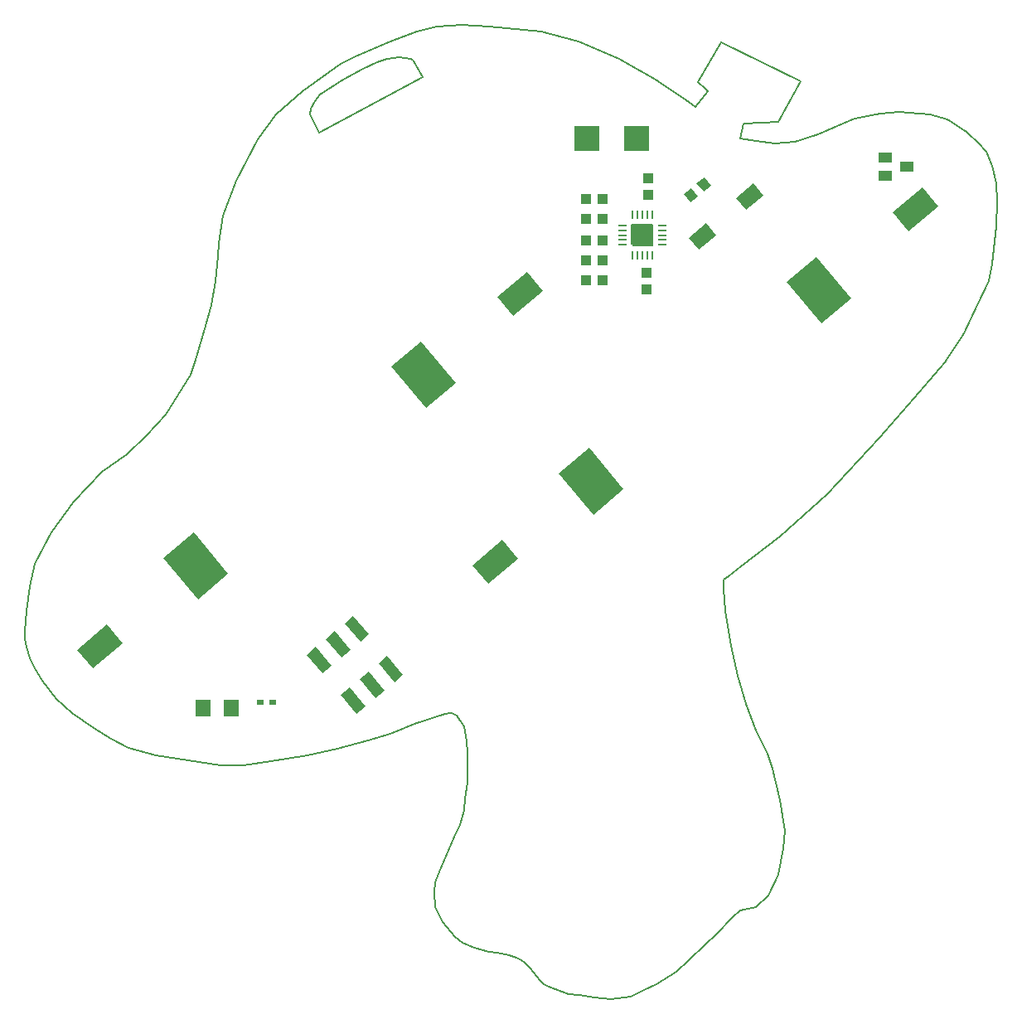
<source format=gbp>
G75*
%MOIN*%
%OFA0B0*%
%FSLAX25Y25*%
%IPPOS*%
%LPD*%
%AMOC8*
5,1,8,0,0,1.08239X$1,22.5*
%
%ADD10C,0.00600*%
%ADD11R,0.03543X0.00984*%
%ADD12R,0.00984X0.03543*%
%ADD13C,0.00591*%
%ADD14R,0.09843X0.15748*%
%ADD15R,0.21654X0.15748*%
%ADD16R,0.03937X0.04331*%
%ADD17R,0.04331X0.03937*%
%ADD18R,0.10039X0.09843*%
%ADD19R,0.09055X0.06299*%
%ADD20R,0.04724X0.09843*%
%ADD21R,0.05512X0.03937*%
%ADD22R,0.02756X0.01969*%
%ADD23R,0.06299X0.07098*%
D10*
X0083800Y0142400D02*
X0109800Y0138400D01*
X0119300Y0138400D01*
X0130300Y0139900D01*
X0144800Y0142400D01*
X0156800Y0144900D01*
X0169300Y0148400D01*
X0178300Y0150900D01*
X0187800Y0154900D01*
X0200300Y0158900D01*
X0202300Y0159400D01*
X0202800Y0159400D01*
X0204800Y0158400D01*
X0206300Y0156400D01*
X0207800Y0153900D01*
X0208800Y0147900D01*
X0209300Y0143400D01*
X0209300Y0131400D01*
X0208300Y0124900D01*
X0207800Y0120400D01*
X0206300Y0114400D01*
X0204300Y0110400D01*
X0198300Y0096400D01*
X0196300Y0091400D01*
X0195800Y0087400D01*
X0196300Y0081400D01*
X0199300Y0075400D01*
X0204300Y0069400D01*
X0207300Y0066900D01*
X0211800Y0064900D01*
X0217800Y0063400D01*
X0221300Y0062900D01*
X0225800Y0061900D01*
X0228800Y0060900D01*
X0230800Y0059900D01*
X0232300Y0058900D01*
X0234300Y0056900D01*
X0235800Y0054900D01*
X0238300Y0051900D01*
X0239800Y0050400D01*
X0241800Y0049400D01*
X0249800Y0046400D01*
X0254300Y0045900D01*
X0260300Y0044900D01*
X0266800Y0044400D01*
X0274800Y0045400D01*
X0280300Y0047900D01*
X0285300Y0050400D01*
X0287800Y0051900D01*
X0293300Y0055400D01*
X0298300Y0059900D01*
X0304800Y0066400D01*
X0309300Y0070400D01*
X0315800Y0077400D01*
X0318800Y0079900D01*
X0325300Y0081400D01*
X0330300Y0085900D01*
X0334300Y0094400D01*
X0336300Y0104900D01*
X0336800Y0111900D01*
X0334800Y0124400D01*
X0333300Y0131400D01*
X0331800Y0136900D01*
X0329800Y0142900D01*
X0325300Y0152400D01*
X0321300Y0162900D01*
X0317800Y0174400D01*
X0315300Y0186400D01*
X0312800Y0200400D01*
X0312300Y0209400D01*
X0312300Y0212900D01*
X0314300Y0214400D01*
X0319300Y0218400D01*
X0334800Y0230400D01*
X0353800Y0247400D01*
X0374800Y0269900D01*
X0390800Y0288400D01*
X0401300Y0300400D01*
X0408800Y0311900D01*
X0414300Y0323400D01*
X0418800Y0332900D01*
X0420300Y0339900D01*
X0421800Y0354900D01*
X0422300Y0364900D01*
X0421800Y0372400D01*
X0420300Y0379400D01*
X0417800Y0384900D01*
X0414800Y0388400D01*
X0409800Y0392900D01*
X0402300Y0397900D01*
X0395300Y0399900D01*
X0382800Y0400900D01*
X0375300Y0400400D01*
X0364800Y0398400D01*
X0360300Y0396400D01*
X0350300Y0391900D01*
X0340800Y0388900D01*
X0332800Y0388400D01*
X0325300Y0389400D01*
X0318800Y0390400D01*
X0320300Y0396400D01*
X0334300Y0396900D01*
X0343300Y0413400D01*
X0311300Y0428900D01*
X0301800Y0412900D01*
X0304800Y0410400D01*
X0305800Y0409400D01*
X0300800Y0402900D01*
X0298300Y0404900D01*
X0284800Y0413900D01*
X0270300Y0422400D01*
X0253800Y0429400D01*
X0238800Y0433400D01*
X0217800Y0435400D01*
X0206800Y0435900D01*
X0196800Y0435400D01*
X0188800Y0433400D01*
X0178300Y0429400D01*
X0164300Y0423400D01*
X0158300Y0420400D01*
X0142800Y0409400D01*
X0132300Y0399900D01*
X0124800Y0389900D01*
X0116300Y0373400D01*
X0110800Y0359400D01*
X0109300Y0348400D01*
X0108800Y0342900D01*
X0107800Y0332900D01*
X0106300Y0323400D01*
X0103800Y0314900D01*
X0099800Y0301400D01*
X0097800Y0295400D01*
X0087800Y0279400D01*
X0080300Y0270900D01*
X0072300Y0263400D01*
X0062300Y0256400D01*
X0050800Y0244400D01*
X0041800Y0231900D01*
X0035300Y0219400D01*
X0033300Y0210400D01*
X0031800Y0200400D01*
X0031300Y0192400D01*
X0031300Y0188900D01*
X0031800Y0185900D01*
X0033300Y0181400D01*
X0035300Y0177400D01*
X0038300Y0172400D01*
X0043800Y0164900D01*
X0050300Y0159400D01*
X0058800Y0153400D01*
X0065800Y0148900D01*
X0072800Y0145400D01*
X0083800Y0142400D01*
X0149700Y0392600D02*
X0145800Y0399900D01*
X0146300Y0402400D01*
X0147800Y0405400D01*
X0149800Y0407900D01*
X0159300Y0413900D01*
X0167300Y0418400D01*
X0172800Y0420900D01*
X0176800Y0422400D01*
X0181800Y0422900D01*
X0186300Y0422400D01*
X0187300Y0421900D01*
X0191200Y0415100D01*
X0149700Y0392600D01*
D11*
X0271400Y0355388D03*
X0271400Y0353420D03*
X0271400Y0351451D03*
X0271400Y0349483D03*
X0271400Y0347514D03*
X0287542Y0347514D03*
X0287542Y0349483D03*
X0287542Y0351451D03*
X0287542Y0353420D03*
X0287542Y0355388D03*
D12*
X0283408Y0359522D03*
X0281439Y0359522D03*
X0279471Y0359522D03*
X0277502Y0359522D03*
X0275534Y0359522D03*
X0275534Y0343380D03*
X0277502Y0343380D03*
X0279471Y0343380D03*
X0281439Y0343380D03*
X0283408Y0343380D03*
D13*
X0283703Y0347219D02*
X0276026Y0347219D01*
X0275909Y0347483D01*
X0275731Y0347711D01*
X0275503Y0347889D01*
X0275239Y0348006D01*
X0275239Y0355683D01*
X0283703Y0355683D01*
X0283703Y0347219D01*
X0283703Y0347356D02*
X0275965Y0347356D01*
X0275376Y0347945D02*
X0283703Y0347945D01*
X0283703Y0348534D02*
X0275239Y0348534D01*
X0275239Y0349123D02*
X0283703Y0349123D01*
X0283703Y0349712D02*
X0275239Y0349712D01*
X0275239Y0350302D02*
X0283703Y0350302D01*
X0283703Y0350891D02*
X0275239Y0350891D01*
X0275239Y0351480D02*
X0283703Y0351480D01*
X0283703Y0352069D02*
X0275239Y0352069D01*
X0275239Y0352658D02*
X0283703Y0352658D01*
X0283703Y0353247D02*
X0275239Y0353247D01*
X0275239Y0353836D02*
X0283703Y0353836D01*
X0283703Y0354425D02*
X0275239Y0354425D01*
X0275239Y0355014D02*
X0283703Y0355014D01*
X0283703Y0355603D02*
X0275239Y0355603D01*
D14*
G36*
X0233114Y0336589D02*
X0239440Y0329049D01*
X0227378Y0318927D01*
X0221052Y0326467D01*
X0233114Y0336589D01*
G37*
G36*
X0217486Y0211211D02*
X0211160Y0218751D01*
X0223222Y0228873D01*
X0229548Y0221333D01*
X0217486Y0211211D01*
G37*
G36*
X0058486Y0177211D02*
X0052160Y0184751D01*
X0064222Y0194873D01*
X0070548Y0187333D01*
X0058486Y0177211D01*
G37*
G36*
X0392114Y0370589D02*
X0398440Y0363049D01*
X0386378Y0352927D01*
X0380052Y0360467D01*
X0392114Y0370589D01*
G37*
D15*
G36*
X0349685Y0342696D02*
X0363603Y0326109D01*
X0351539Y0315986D01*
X0337621Y0332573D01*
X0349685Y0342696D01*
G37*
G36*
X0259915Y0239104D02*
X0245997Y0255691D01*
X0258061Y0265814D01*
X0271979Y0249227D01*
X0259915Y0239104D01*
G37*
G36*
X0190685Y0308696D02*
X0204603Y0292109D01*
X0192539Y0281986D01*
X0178621Y0298573D01*
X0190685Y0308696D01*
G37*
G36*
X0100915Y0205104D02*
X0086997Y0221691D01*
X0099061Y0231814D01*
X0112979Y0215227D01*
X0100915Y0205104D01*
G37*
D16*
X0256954Y0333400D03*
X0263646Y0333400D03*
X0263646Y0341400D03*
X0256954Y0341400D03*
X0256954Y0349400D03*
X0263646Y0349400D03*
X0263646Y0357900D03*
X0256954Y0357900D03*
X0256954Y0365900D03*
X0263646Y0365900D03*
X0281800Y0367554D03*
X0281800Y0374246D03*
G36*
X0302035Y0367056D02*
X0299021Y0364526D01*
X0296237Y0367842D01*
X0299251Y0370372D01*
X0302035Y0367056D01*
G37*
G36*
X0307163Y0371358D02*
X0304149Y0368828D01*
X0301365Y0372144D01*
X0304379Y0374674D01*
X0307163Y0371358D01*
G37*
D17*
X0281300Y0336246D03*
X0281300Y0329554D03*
D18*
X0277241Y0390400D03*
X0257359Y0390400D03*
D19*
G36*
X0298308Y0350431D02*
X0305243Y0356250D01*
X0309292Y0351425D01*
X0302357Y0345606D01*
X0298308Y0350431D01*
G37*
G36*
X0317308Y0366375D02*
X0324243Y0372194D01*
X0328292Y0367369D01*
X0321357Y0361550D01*
X0317308Y0366375D01*
G37*
D20*
G36*
X0159735Y0195421D02*
X0163354Y0198457D01*
X0169679Y0190919D01*
X0166060Y0187883D01*
X0159735Y0195421D01*
G37*
G36*
X0152195Y0189094D02*
X0155814Y0192130D01*
X0162139Y0184592D01*
X0158520Y0181556D01*
X0152195Y0189094D01*
G37*
G36*
X0144655Y0182767D02*
X0148274Y0185803D01*
X0154599Y0178265D01*
X0150980Y0175229D01*
X0144655Y0182767D01*
G37*
G36*
X0158321Y0166481D02*
X0161940Y0169517D01*
X0168265Y0161979D01*
X0164646Y0158943D01*
X0158321Y0166481D01*
G37*
G36*
X0165861Y0172808D02*
X0169480Y0175844D01*
X0175805Y0168306D01*
X0172186Y0165270D01*
X0165861Y0172808D01*
G37*
G36*
X0173401Y0179135D02*
X0177020Y0182171D01*
X0183345Y0174633D01*
X0179726Y0171597D01*
X0173401Y0179135D01*
G37*
D21*
X0377069Y0375260D03*
X0377069Y0382740D03*
X0385731Y0379000D03*
D22*
X0130862Y0163700D03*
X0125744Y0163700D03*
D23*
X0114098Y0161200D03*
X0102902Y0161200D03*
M02*

</source>
